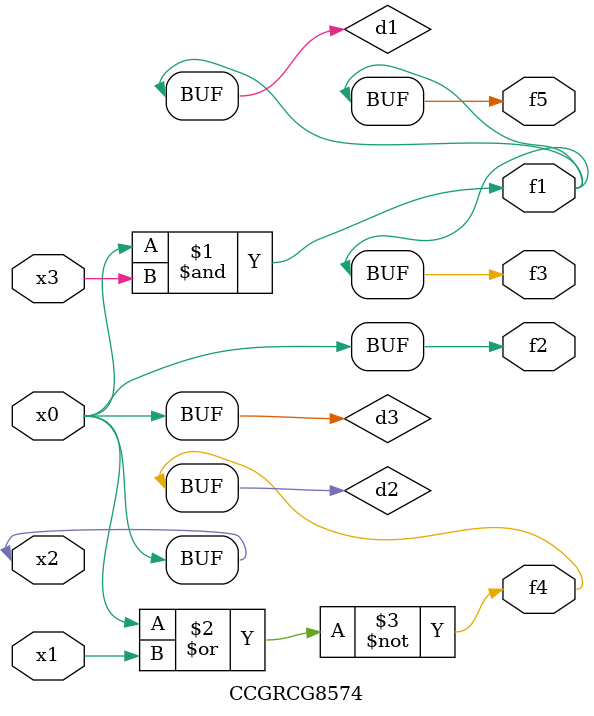
<source format=v>
module CCGRCG8574(
	input x0, x1, x2, x3,
	output f1, f2, f3, f4, f5
);

	wire d1, d2, d3;

	and (d1, x2, x3);
	nor (d2, x0, x1);
	buf (d3, x0, x2);
	assign f1 = d1;
	assign f2 = d3;
	assign f3 = d1;
	assign f4 = d2;
	assign f5 = d1;
endmodule

</source>
